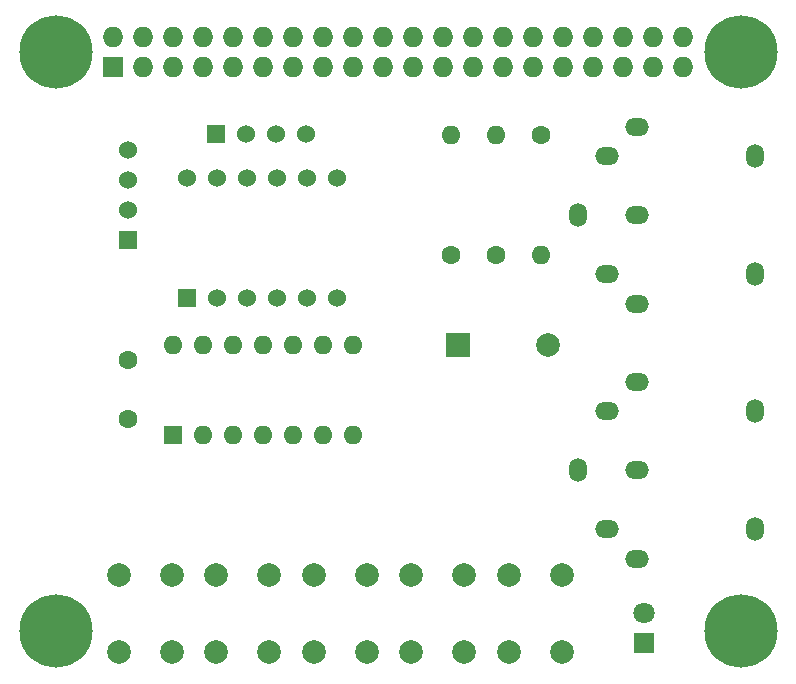
<source format=gbs>
G04 #@! TF.FileFunction,Soldermask,Bot*
%FSLAX46Y46*%
G04 Gerber Fmt 4.6, Leading zero omitted, Abs format (unit mm)*
G04 Created by KiCad (PCBNEW 4.0.7) date 10/03/18 00:11:05*
%MOMM*%
%LPD*%
G01*
G04 APERTURE LIST*
%ADD10C,0.100000*%
%ADD11R,1.727200X1.727200*%
%ADD12O,1.727200X1.727200*%
%ADD13C,6.200000*%
%ADD14R,2.000000X2.000000*%
%ADD15C,2.000000*%
%ADD16R,1.800000X1.800000*%
%ADD17C,1.800000*%
%ADD18R,1.600000X1.600000*%
%ADD19O,1.600000X1.600000*%
%ADD20R,1.524000X1.524000*%
%ADD21C,1.524000*%
%ADD22C,1.600000*%
%ADD23O,2.000000X1.524000*%
%ADD24O,1.524000X2.000000*%
G04 APERTURE END LIST*
D10*
D11*
X31865000Y-33845000D03*
D12*
X31865000Y-31305000D03*
X34405000Y-33845000D03*
X34405000Y-31305000D03*
X36945000Y-33845000D03*
X36945000Y-31305000D03*
X39485000Y-33845000D03*
X39485000Y-31305000D03*
X42025000Y-33845000D03*
X42025000Y-31305000D03*
X44565000Y-33845000D03*
X44565000Y-31305000D03*
X47105000Y-33845000D03*
X47105000Y-31305000D03*
X49645000Y-33845000D03*
X49645000Y-31305000D03*
X52185000Y-33845000D03*
X52185000Y-31305000D03*
X54725000Y-33845000D03*
X54725000Y-31305000D03*
X57265000Y-33845000D03*
X57265000Y-31305000D03*
X59805000Y-33845000D03*
X59805000Y-31305000D03*
X62345000Y-33845000D03*
X62345000Y-31305000D03*
X64885000Y-33845000D03*
X64885000Y-31305000D03*
X67425000Y-33845000D03*
X67425000Y-31305000D03*
X69965000Y-33845000D03*
X69965000Y-31305000D03*
X72505000Y-33845000D03*
X72505000Y-31305000D03*
X75045000Y-33845000D03*
X75045000Y-31305000D03*
X77585000Y-33845000D03*
X77585000Y-31305000D03*
X80125000Y-33845000D03*
X80125000Y-31305000D03*
D13*
X84995000Y-32575000D03*
X84995000Y-81575000D03*
X26995000Y-81575000D03*
X26995000Y-32575000D03*
D14*
X61080000Y-57365000D03*
D15*
X68680000Y-57365000D03*
D16*
X76835000Y-82550000D03*
D17*
X76835000Y-80010000D03*
D18*
X36950000Y-64985000D03*
D19*
X52190000Y-57365000D03*
X39490000Y-64985000D03*
X49650000Y-57365000D03*
X42030000Y-64985000D03*
X47110000Y-57365000D03*
X44570000Y-64985000D03*
X44570000Y-57365000D03*
X47110000Y-64985000D03*
X42030000Y-57365000D03*
X49650000Y-64985000D03*
X39490000Y-57365000D03*
X52190000Y-64985000D03*
X36950000Y-57365000D03*
D20*
X38100000Y-53340000D03*
D21*
X40640000Y-53340000D03*
X43180000Y-53340000D03*
X45720000Y-53340000D03*
X48260000Y-53340000D03*
X50800000Y-53340000D03*
X50800000Y-43180000D03*
X48260000Y-43180000D03*
X45720000Y-43180000D03*
X43180000Y-43180000D03*
X40640000Y-43180000D03*
X38100000Y-43180000D03*
D22*
X68065000Y-39585000D03*
D19*
X68065000Y-49745000D03*
D22*
X64255000Y-49745000D03*
D19*
X64255000Y-39585000D03*
D22*
X60445000Y-49745000D03*
D19*
X60445000Y-39585000D03*
D15*
X32330000Y-76835000D03*
X36830000Y-76835000D03*
X32330000Y-83335000D03*
X36830000Y-83335000D03*
X40585000Y-76835000D03*
X45085000Y-76835000D03*
X40585000Y-83335000D03*
X45085000Y-83335000D03*
X48840000Y-76835000D03*
X53340000Y-76835000D03*
X48840000Y-83335000D03*
X53340000Y-83335000D03*
X57095000Y-76835000D03*
X61595000Y-76835000D03*
X57095000Y-83335000D03*
X61595000Y-83335000D03*
X65350000Y-76835000D03*
X69850000Y-76835000D03*
X65350000Y-83335000D03*
X69850000Y-83335000D03*
D22*
X33140000Y-58635000D03*
X33140000Y-63635000D03*
D23*
X73700000Y-51355000D03*
X73700000Y-41355000D03*
X76200000Y-53855000D03*
X76200000Y-38855000D03*
D24*
X86200000Y-51355000D03*
X86200000Y-41355000D03*
D23*
X76200000Y-46355000D03*
D24*
X71200000Y-46355000D03*
D23*
X73700000Y-72945000D03*
X73700000Y-62945000D03*
X76200000Y-75445000D03*
X76200000Y-60445000D03*
D24*
X86200000Y-72945000D03*
X86200000Y-62945000D03*
D23*
X76200000Y-67945000D03*
D24*
X71200000Y-67945000D03*
D20*
X40605000Y-39520000D03*
D21*
X43145000Y-39520000D03*
X45685000Y-39520000D03*
X48225000Y-39520000D03*
D20*
X33140000Y-48475000D03*
D21*
X33140000Y-45935000D03*
X33140000Y-43395000D03*
X33140000Y-40855000D03*
M02*

</source>
